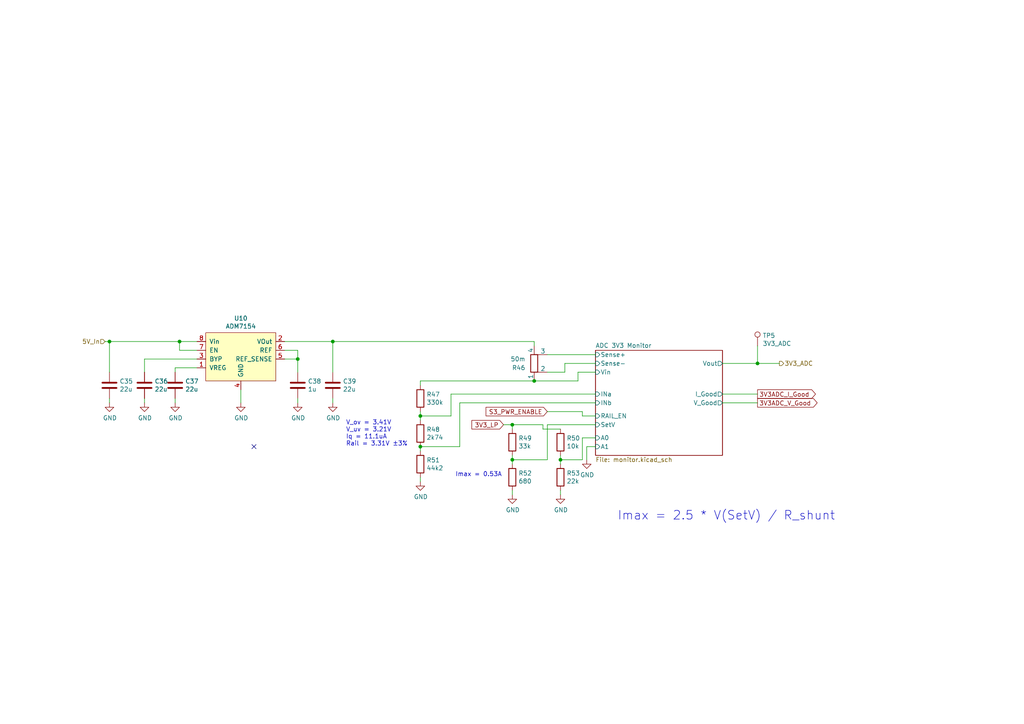
<source format=kicad_sch>
(kicad_sch (version 20210126) (generator eeschema)
  (paper "A4")
  (title_block (rev "DRAFT") (company "M0WUT"))
  (lib_symbols
    (symbol "Connector:TestPoint" (pin_numbers hide) (pin_names (offset 0.762) hide)
      (property "Reference" "TP" (at 0 6.858 0))
      (property "Value" "TestPoint" (at 0 5.08 0))
      (symbol "TestPoint_0_1"
        (circle (center 0 3.302) (radius 0.762))
      )
      (symbol "TestPoint_1_1"
        (pin passive line (at 0 0 90) (length 2.54) (name "1") (number "1"))
      )
    )
    (symbol "Device:C" (pin_numbers hide) (pin_names (offset 0.254))
      (property "Reference" "C" (at 0.635 2.54 0))
      (property "Value" "C" (at 0.635 -2.54 0))
      (symbol "C_0_1"
        (polyline (pts (xy -2.032 -0.762) (xy 2.032 -0.762)) (stroke (width 0.508)))
        (polyline (pts (xy -2.032 0.762) (xy 2.032 0.762)) (stroke (width 0.508)))
      )
      (symbol "C_1_1"
        (pin passive line (at 0 3.81 270) (length 2.794) (name "~") (number "1"))
        (pin passive line (at 0 -3.81 90) (length 2.794) (name "~") (number "2"))
      )
    )
    (symbol "Device:R" (pin_numbers hide) (pin_names (offset 0))
      (property "Reference" "R" (at 2.032 0 90))
      (property "Value" "R" (at 0 0 90))
      (symbol "R_0_1"
        (rectangle (start -1.016 -2.54) (end 1.016 2.54) (stroke (width 0.254)))
      )
      (symbol "R_1_1"
        (pin passive line (at 0 3.81 270) (length 1.27) (name "~") (number "1"))
        (pin passive line (at 0 -3.81 90) (length 1.27) (name "~") (number "2"))
      )
    )
    (symbol "Device:R_Shunt" (pin_numbers hide) (pin_names (offset 0))
      (property "Reference" "R" (at -4.445 0 90))
      (property "Value" "R_Shunt" (at -2.54 0 90))
      (symbol "R_Shunt_0_1"
        (rectangle (start -1.016 -2.54) (end 1.016 2.54) (stroke (width 0.254)))
        (polyline (pts (xy 0 -2.54) (xy 1.27 -2.54)))
        (polyline (pts (xy 1.27 2.54) (xy 0 2.54)))
      )
      (symbol "R_Shunt_1_1"
        (pin passive line (at 0 5.08 270) (length 2.54) (name "1") (number "1"))
        (pin passive line (at 3.81 2.54 180) (length 2.54) (name "2") (number "2"))
        (pin passive line (at 3.81 -2.54 180) (length 2.54) (name "3") (number "3"))
        (pin passive line (at 0 -5.08 90) (length 2.54) (name "4") (number "4"))
      )
    )
    (symbol "IC_WUT:ADM7154" (pin_names (offset 1.016))
      (property "Reference" "U" (at 6.35 8.89 0))
      (property "Value" "ADM7154" (at 6.35 -7.62 0))
      (symbol "ADM7154_0_1"
        (rectangle (start -10.16 7.62) (end 10.16 -6.35) (fill (type background)))
      )
      (symbol "ADM7154_1_1"
        (pin passive line (at -12.7 -2.54 0) (length 2.54) (name "VREG") (number "1"))
        (pin power_out line (at 12.7 5.08 180) (length 2.54) (name "VOut") (number "2"))
        (pin passive line (at -12.7 0 0) (length 2.54) (name "BYP") (number "3"))
        (pin power_in line (at 0 -8.89 90) (length 2.54) (name "GND") (number "4"))
        (pin passive line (at 12.7 0 180) (length 2.54) (name "REF_SENSE") (number "5"))
        (pin passive line (at 12.7 2.54 180) (length 2.54) (name "REF") (number "6"))
        (pin input line (at -12.7 2.54 0) (length 2.54) (name "EN") (number "7"))
        (pin power_in line (at -12.7 5.08 0) (length 2.54) (name "Vin") (number "8"))
        (pin power_in line (at 0 -8.89 90) (length 2.54) hide (name "GND") (number "9"))
      )
    )
    (symbol "power:GND" (power) (pin_names (offset 0))
      (property "Value" "GND" (at 0 -3.81 0))
      (symbol "GND_0_1"
        (polyline (pts (xy 0 0) (xy 0 -1.27) (xy 1.27 -1.27) (xy 0 -2.54) (xy -1.27 -1.27) (xy 0 -1.27)))
      )
      (symbol "GND_1_1"
        (pin power_in line (at 0 0 270) (length 0) hide (name "GND") (number "1"))
      )
    )
  )
  (junction (at 31.75 99.06) (diameter 0.9144))
  (junction (at 52.07 99.06) (diameter 0.9144))
  (junction (at 86.36 104.14) (diameter 0.9144))
  (junction (at 96.52 99.06) (diameter 0.9144))
  (junction (at 121.92 120.65) (diameter 0.9144))
  (junction (at 121.92 129.54) (diameter 0.9144))
  (junction (at 148.59 123.19) (diameter 0.9144))
  (junction (at 148.59 133.35) (diameter 0.9144))
  (junction (at 154.94 110.49) (diameter 0.9144))
  (junction (at 162.56 133.35) (diameter 0.9144))
  (junction (at 219.71 105.41) (diameter 0.9144))
  (no_connect (at 73.66 129.54))
  (wire (pts (xy 30.48 99.06) (xy 31.75 99.06)))
  (wire (pts (xy 31.75 99.06) (xy 52.07 99.06)))
  (wire (pts (xy 31.75 107.95) (xy 31.75 99.06)))
  (wire (pts (xy 31.75 116.84) (xy 31.75 115.57)))
  (wire (pts (xy 41.91 104.14) (xy 41.91 107.95)))
  (wire (pts (xy 41.91 104.14) (xy 57.15 104.14)))
  (wire (pts (xy 41.91 115.57) (xy 41.91 116.84)))
  (wire (pts (xy 50.8 106.68) (xy 50.8 107.95)))
  (wire (pts (xy 50.8 106.68) (xy 57.15 106.68)))
  (wire (pts (xy 50.8 116.84) (xy 50.8 115.57)))
  (wire (pts (xy 52.07 99.06) (xy 57.15 99.06)))
  (wire (pts (xy 52.07 101.6) (xy 52.07 99.06)))
  (wire (pts (xy 57.15 101.6) (xy 52.07 101.6)))
  (wire (pts (xy 69.85 116.84) (xy 69.85 113.03)))
  (wire (pts (xy 82.55 99.06) (xy 96.52 99.06)))
  (wire (pts (xy 82.55 101.6) (xy 86.36 101.6)))
  (wire (pts (xy 86.36 101.6) (xy 86.36 104.14)))
  (wire (pts (xy 86.36 104.14) (xy 82.55 104.14)))
  (wire (pts (xy 86.36 107.95) (xy 86.36 104.14)))
  (wire (pts (xy 86.36 116.84) (xy 86.36 115.57)))
  (wire (pts (xy 96.52 99.06) (xy 154.94 99.06)))
  (wire (pts (xy 96.52 107.95) (xy 96.52 99.06)))
  (wire (pts (xy 96.52 116.84) (xy 96.52 115.57)))
  (wire (pts (xy 121.92 110.49) (xy 121.92 111.76)))
  (wire (pts (xy 121.92 110.49) (xy 154.94 110.49)))
  (wire (pts (xy 121.92 119.38) (xy 121.92 120.65)))
  (wire (pts (xy 121.92 120.65) (xy 121.92 121.92)))
  (wire (pts (xy 121.92 120.65) (xy 130.81 120.65)))
  (wire (pts (xy 121.92 129.54) (xy 133.35 129.54)))
  (wire (pts (xy 121.92 130.81) (xy 121.92 129.54)))
  (wire (pts (xy 121.92 138.43) (xy 121.92 139.7)))
  (wire (pts (xy 130.81 114.3) (xy 172.72 114.3)))
  (wire (pts (xy 130.81 120.65) (xy 130.81 114.3)))
  (wire (pts (xy 133.35 116.84) (xy 133.35 129.54)))
  (wire (pts (xy 146.05 123.19) (xy 148.59 123.19)))
  (wire (pts (xy 148.59 123.19) (xy 148.59 124.46)))
  (wire (pts (xy 148.59 123.19) (xy 157.48 123.19)))
  (wire (pts (xy 148.59 133.35) (xy 148.59 132.08)))
  (wire (pts (xy 148.59 134.62) (xy 148.59 133.35)))
  (wire (pts (xy 148.59 143.51) (xy 148.59 142.24)))
  (wire (pts (xy 154.94 99.06) (xy 154.94 100.33)))
  (wire (pts (xy 154.94 110.49) (xy 167.64 110.49)))
  (wire (pts (xy 157.48 124.46) (xy 157.48 123.19)))
  (wire (pts (xy 158.75 102.87) (xy 172.72 102.87)))
  (wire (pts (xy 158.75 107.95) (xy 163.83 107.95)))
  (wire (pts (xy 158.75 119.38) (xy 168.91 119.38)))
  (wire (pts (xy 158.75 123.19) (xy 158.75 133.35)))
  (wire (pts (xy 158.75 123.19) (xy 172.72 123.19)))
  (wire (pts (xy 158.75 133.35) (xy 148.59 133.35)))
  (wire (pts (xy 162.56 124.46) (xy 157.48 124.46)))
  (wire (pts (xy 162.56 133.35) (xy 162.56 132.08)))
  (wire (pts (xy 162.56 134.62) (xy 162.56 133.35)))
  (wire (pts (xy 162.56 143.51) (xy 162.56 142.24)))
  (wire (pts (xy 163.83 105.41) (xy 172.72 105.41)))
  (wire (pts (xy 163.83 107.95) (xy 163.83 105.41)))
  (wire (pts (xy 167.64 107.95) (xy 172.72 107.95)))
  (wire (pts (xy 167.64 110.49) (xy 167.64 107.95)))
  (wire (pts (xy 168.91 120.65) (xy 168.91 119.38)))
  (wire (pts (xy 168.91 127) (xy 168.91 133.35)))
  (wire (pts (xy 168.91 133.35) (xy 162.56 133.35)))
  (wire (pts (xy 170.18 129.54) (xy 170.18 133.35)))
  (wire (pts (xy 172.72 116.84) (xy 133.35 116.84)))
  (wire (pts (xy 172.72 120.65) (xy 168.91 120.65)))
  (wire (pts (xy 172.72 127) (xy 168.91 127)))
  (wire (pts (xy 172.72 129.54) (xy 170.18 129.54)))
  (wire (pts (xy 209.55 114.3) (xy 219.71 114.3)))
  (wire (pts (xy 209.55 116.84) (xy 219.71 116.84)))
  (wire (pts (xy 219.71 100.33) (xy 219.71 105.41)))
  (wire (pts (xy 219.71 105.41) (xy 209.55 105.41)))
  (wire (pts (xy 226.06 105.41) (xy 219.71 105.41)))
  (text "V_ov = 3.41V\nV_uv = 3.21V\nIq = 11.1uA\nRail = 3.31V ±3%" (at 100.33 129.54 0) (effects (font (size 1.27 1.27)) (justify left bottom)))
  (text "Imax = 0.53A" (at 132.08 138.43 0) (effects (font (size 1.27 1.27)) (justify left bottom)))
  (text "Imax = 2.5 * V(SetV) / R_shunt" (at 179.07 151.13 0) (effects (font (size 2.54 2.54)) (justify left bottom)))
  (global_label "3V3_LP" (shape input) (at 146.05 123.19 180) (property "Intersheet References" "${INTERSHEET_REFS}" (effects hide)))
  (global_label "S3_PWR_ENABLE" (shape input) (at 158.75 119.38 180) (property "Intersheet References" "${INTERSHEET_REFS}" (effects hide)))
  (global_label "3V3ADC_I_Good" (shape output) (at 219.71 114.3 0) (property "Intersheet References" "${INTERSHEET_REFS}" (effects hide)))
  (global_label "3V3ADC_V_Good" (shape output) (at 219.71 116.84 0) (property "Intersheet References" "${INTERSHEET_REFS}" (effects hide)))
  (hierarchical_label "5V_In" (shape input) (at 30.48 99.06 180))
  (hierarchical_label "3V3_ADC" (shape output) (at 226.06 105.41 0))
  (symbol (lib_id "Connector:TestPoint") (at 219.71 100.33 0)
    (property "Reference" "TP5" (at 221.1832 97.3328 0) (effects (justify left)))
    (property "Value" "3V3_ADC" (at 221.1832 99.6442 0) (effects (justify left)))
    (property "Footprint" "TestPoint:TestPoint_Pad_D1.5mm" (effects hide))
  )
  (symbol (lib_id "power:GND") (at 31.75 116.84 0) (unit 1)
    (property "Reference" "#PWR051" (effects hide))
    (property "Value" "GND" (at 31.877 121.2342 0))
  )
  (symbol (lib_id "power:GND") (at 41.91 116.84 0) (unit 1)
    (property "Reference" "#PWR052" (effects hide))
    (property "Value" "GND" (at 42.037 121.2342 0))
  )
  (symbol (lib_id "power:GND") (at 50.8 116.84 0) (unit 1)
    (property "Reference" "#PWR053" (effects hide))
    (property "Value" "GND" (at 50.927 121.2342 0))
  )
  (symbol (lib_id "power:GND") (at 69.85 116.84 0) (unit 1)
    (property "Reference" "#PWR054" (effects hide))
    (property "Value" "GND" (at 69.977 121.2342 0))
  )
  (symbol (lib_id "power:GND") (at 86.36 116.84 0) (unit 1)
    (property "Reference" "#PWR055" (effects hide))
    (property "Value" "GND" (at 86.487 121.2342 0))
  )
  (symbol (lib_id "power:GND") (at 96.52 116.84 0) (unit 1)
    (property "Reference" "#PWR056" (effects hide))
    (property "Value" "GND" (at 96.647 121.2342 0))
  )
  (symbol (lib_id "power:GND") (at 121.92 139.7 0)
    (property "Reference" "#PWR058" (effects hide))
    (property "Value" "GND" (at 122.047 144.0942 0))
  )
  (symbol (lib_id "power:GND") (at 148.59 143.51 0)
    (property "Reference" "#PWR059" (effects hide))
    (property "Value" "GND" (at 148.717 147.9042 0))
  )
  (symbol (lib_id "power:GND") (at 162.56 143.51 0) (unit 1)
    (property "Reference" "#PWR060" (effects hide))
    (property "Value" "GND" (at 162.687 147.9042 0))
  )
  (symbol (lib_id "power:GND") (at 170.18 133.35 0) (unit 1)
    (property "Reference" "#PWR057" (effects hide))
    (property "Value" "GND" (at 170.307 137.7442 0))
  )
  (symbol (lib_id "Device:R") (at 121.92 115.57 0)
    (property "Reference" "R47" (at 123.698 114.4016 0) (effects (justify left)))
    (property "Value" "330k" (at 123.698 116.713 0) (effects (justify left)))
    (property "Footprint" "Resistor_SMD:R_0603_1608Metric" (effects hide))
  )
  (symbol (lib_id "Device:R") (at 121.92 125.73 0)
    (property "Reference" "R48" (at 123.698 124.5616 0) (effects (justify left)))
    (property "Value" "2k74" (at 123.698 126.873 0) (effects (justify left)))
    (property "Footprint" "Resistor_SMD:R_0603_1608Metric" (effects hide))
  )
  (symbol (lib_id "Device:R") (at 121.92 134.62 0)
    (property "Reference" "R51" (at 123.698 133.4516 0) (effects (justify left)))
    (property "Value" "44k2" (at 123.698 135.763 0) (effects (justify left)))
    (property "Footprint" "Resistor_SMD:R_0603_1608Metric" (effects hide))
  )
  (symbol (lib_id "Device:R") (at 148.59 128.27 0)
    (property "Reference" "R49" (at 150.368 127.1016 0) (effects (justify left)))
    (property "Value" "33k" (at 150.368 129.413 0) (effects (justify left)))
    (property "Footprint" "Resistor_SMD:R_0603_1608Metric" (effects hide))
  )
  (symbol (lib_id "Device:R") (at 148.59 138.43 0)
    (property "Reference" "R52" (at 150.368 137.2616 0) (effects (justify left)))
    (property "Value" "680" (at 150.368 139.573 0) (effects (justify left)))
    (property "Footprint" "Resistor_SMD:R_0603_1608Metric" (effects hide))
  )
  (symbol (lib_id "Device:R") (at 162.56 128.27 0) (unit 1)
    (property "Reference" "R50" (at 164.338 127.1016 0) (effects (justify left)))
    (property "Value" "10k" (at 164.338 129.413 0) (effects (justify left)))
    (property "Footprint" "Resistor_SMD:R_0603_1608Metric" (effects hide))
  )
  (symbol (lib_id "Device:R") (at 162.56 138.43 0) (unit 1)
    (property "Reference" "R53" (at 164.338 137.2616 0) (effects (justify left)))
    (property "Value" "22k" (at 164.338 139.573 0) (effects (justify left)))
    (property "Footprint" "Resistor_SMD:R_0603_1608Metric" (effects hide))
  )
  (symbol (lib_id "Device:C") (at 31.75 111.76 0) (unit 1)
    (property "Reference" "C35" (at 34.671 110.5916 0) (effects (justify left)))
    (property "Value" "22u" (at 34.671 112.903 0) (effects (justify left)))
    (property "Footprint" "Capacitor_SMD:C_1210_3225Metric" (effects hide))
  )
  (symbol (lib_id "Device:C") (at 41.91 111.76 0) (unit 1)
    (property "Reference" "C36" (at 44.831 110.5916 0) (effects (justify left)))
    (property "Value" "22u" (at 44.831 112.903 0) (effects (justify left)))
    (property "Footprint" "Capacitor_SMD:C_1210_3225Metric" (effects hide))
  )
  (symbol (lib_id "Device:C") (at 50.8 111.76 0) (unit 1)
    (property "Reference" "C37" (at 53.721 110.5916 0) (effects (justify left)))
    (property "Value" "22u" (at 53.721 112.903 0) (effects (justify left)))
    (property "Footprint" "Capacitor_SMD:C_1210_3225Metric" (effects hide))
  )
  (symbol (lib_id "Device:C") (at 86.36 111.76 0) (unit 1)
    (property "Reference" "C38" (at 89.281 110.5916 0) (effects (justify left)))
    (property "Value" "1u" (at 89.281 112.903 0) (effects (justify left)))
    (property "Footprint" "Capacitor_SMD:C_0603_1608Metric" (effects hide))
  )
  (symbol (lib_id "Device:C") (at 96.52 111.76 0) (unit 1)
    (property "Reference" "C39" (at 99.441 110.5916 0) (effects (justify left)))
    (property "Value" "22u" (at 99.441 112.903 0) (effects (justify left)))
    (property "Footprint" "Capacitor_SMD:C_1210_3225Metric" (effects hide))
  )
  (symbol (lib_id "Device:R_Shunt") (at 154.94 105.41 0) (mirror x)
    (property "Reference" "R46" (at 152.4 106.68 0) (effects (justify right)))
    (property "Value" "50m" (at 152.4 104.14 0) (effects (justify right)))
    (property "Footprint" "Resistor_WUT:R_Shunt_Vishay_WSK1206" (effects hide))
    (property "MPN" "WSK1206R0500FEA18" (effects hide))
  )
  (symbol (lib_id "IC_WUT:ADM7154") (at 69.85 104.14 0) (unit 1)
    (property "Reference" "U10" (at 69.85 92.329 0))
    (property "Value" "ADM7154" (at 69.85 94.6404 0))
    (property "Footprint" "Package_CSP:LFCSP-8-1EP_3x3mm_P0.5mm_EP1.45x1.74mm" (effects hide))
    (property "Datasheet" "https://www.analog.com/media/en/technical-documentation/data-sheets/ADM7154.pdf" (effects hide))
  )
  (sheet (at 172.72 101.6) (size 36.83 30.48)
    (property "Sheet name" "ADC 3V3 Monitor" (at 172.72 100.9645 0) (effects (justify left bottom)))
    (property "Sheet file" "monitor.kicad_sch" (at 172.72 132.5885 0) (effects (justify left top)))
    (pin "INa" input (at 172.72 114.3 180))
    (pin "INb" input (at 172.72 116.84 180))
    (pin "Vin" input (at 172.72 107.95 180))
    (pin "Vout" output (at 209.55 105.41 0))
    (pin "SetV" input (at 172.72 123.19 180))
    (pin "RAIL_EN" input (at 172.72 120.65 180))
    (pin "Sense-" input (at 172.72 105.41 180))
    (pin "Sense+" input (at 172.72 102.87 180))
    (pin "I_Good" output (at 209.55 114.3 0))
    (pin "V_Good" output (at 209.55 116.84 0))
    (pin "A0" input (at 172.72 127 180))
    (pin "A1" input (at 172.72 129.54 180))
  )
)
</source>
